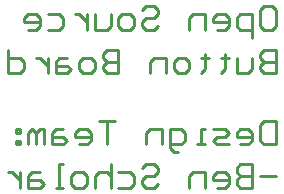
<source format=gbo>
G04*
G04 #@! TF.GenerationSoftware,Altium Limited,Altium Designer,20.0.13 (296)*
G04*
G04 Layer_Color=32896*
%FSLAX25Y25*%
%MOIN*%
G70*
G01*
G75*
%ADD18C,0.01000*%
D18*
X551564Y338002D02*
X554188D01*
X555500Y336690D01*
Y331443D01*
X554188Y330131D01*
X551564D01*
X550252Y331443D01*
Y336690D01*
X551564Y338002D01*
X547628Y327507D02*
Y335378D01*
X543693D01*
X542381Y334067D01*
Y331443D01*
X543693Y330131D01*
X547628D01*
X535821D02*
X538445D01*
X539757Y331443D01*
Y334067D01*
X538445Y335378D01*
X535821D01*
X534509Y334067D01*
Y332755D01*
X539757D01*
X531886Y330131D02*
Y335378D01*
X527950D01*
X526638Y334067D01*
Y330131D01*
X510895Y336690D02*
X512207Y338002D01*
X514831D01*
X516143Y336690D01*
Y335378D01*
X514831Y334067D01*
X512207D01*
X510895Y332755D01*
Y331443D01*
X512207Y330131D01*
X514831D01*
X516143Y331443D01*
X506959Y330131D02*
X504335D01*
X503023Y331443D01*
Y334067D01*
X504335Y335378D01*
X506959D01*
X508271Y334067D01*
Y331443D01*
X506959Y330131D01*
X500400Y335378D02*
Y331443D01*
X499088Y330131D01*
X495152D01*
Y335378D01*
X492528D02*
Y330131D01*
Y332755D01*
X491216Y334067D01*
X489904Y335378D01*
X488592D01*
X479409D02*
X483345D01*
X484657Y334067D01*
Y331443D01*
X483345Y330131D01*
X479409D01*
X472850D02*
X475473D01*
X476785Y331443D01*
Y334067D01*
X475473Y335378D01*
X472850D01*
X471538Y334067D01*
Y332755D01*
X476785D01*
X555500Y323533D02*
Y315661D01*
X551564D01*
X550252Y316973D01*
Y318285D01*
X551564Y319597D01*
X555500D01*
X551564D01*
X550252Y320909D01*
Y322221D01*
X551564Y323533D01*
X555500D01*
X547628Y320909D02*
Y316973D01*
X546317Y315661D01*
X542381D01*
Y320909D01*
X538445Y322221D02*
Y320909D01*
X539757D01*
X537133D01*
X538445D01*
Y316973D01*
X537133Y315661D01*
X531886Y322221D02*
Y320909D01*
X533197D01*
X530574D01*
X531886D01*
Y316973D01*
X530574Y315661D01*
X525326D02*
X522702D01*
X521390Y316973D01*
Y319597D01*
X522702Y320909D01*
X525326D01*
X526638Y319597D01*
Y316973D01*
X525326Y315661D01*
X518766D02*
Y320909D01*
X514831D01*
X513519Y319597D01*
Y315661D01*
X503023Y323533D02*
Y315661D01*
X499088D01*
X497776Y316973D01*
Y318285D01*
X499088Y319597D01*
X503023D01*
X499088D01*
X497776Y320909D01*
Y322221D01*
X499088Y323533D01*
X503023D01*
X493840Y315661D02*
X491216D01*
X489904Y316973D01*
Y319597D01*
X491216Y320909D01*
X493840D01*
X495152Y319597D01*
Y316973D01*
X493840Y315661D01*
X485969Y320909D02*
X483345D01*
X482033Y319597D01*
Y315661D01*
X485969D01*
X487281Y316973D01*
X485969Y318285D01*
X482033D01*
X479409Y320909D02*
Y315661D01*
Y318285D01*
X478097Y319597D01*
X476785Y320909D01*
X475473D01*
X466290Y323533D02*
Y315661D01*
X470226D01*
X471538Y316973D01*
Y319597D01*
X470226Y320909D01*
X466290D01*
X555500Y299841D02*
Y291970D01*
X551564D01*
X550252Y293282D01*
Y298529D01*
X551564Y299841D01*
X555500D01*
X543693Y291970D02*
X546317D01*
X547628Y293282D01*
Y295905D01*
X546317Y297217D01*
X543693D01*
X542381Y295905D01*
Y294593D01*
X547628D01*
X539757Y291970D02*
X535821D01*
X534509Y293282D01*
X535821Y294593D01*
X538445D01*
X539757Y295905D01*
X538445Y297217D01*
X534509D01*
X531886Y291970D02*
X529262D01*
X530574D01*
Y297217D01*
X531886D01*
X522702Y289346D02*
X521390D01*
X520078Y290658D01*
Y297217D01*
X524014D01*
X525326Y295905D01*
Y293282D01*
X524014Y291970D01*
X520078D01*
X517454D02*
Y297217D01*
X513519D01*
X512207Y295905D01*
Y291970D01*
X501712Y299841D02*
X496464D01*
X499088D01*
Y291970D01*
X489904D02*
X492528D01*
X493840Y293282D01*
Y295905D01*
X492528Y297217D01*
X489904D01*
X488592Y295905D01*
Y294593D01*
X493840D01*
X484657Y297217D02*
X482033D01*
X480721Y295905D01*
Y291970D01*
X484657D01*
X485969Y293282D01*
X484657Y294593D01*
X480721D01*
X478097Y291970D02*
Y297217D01*
X476785D01*
X475473Y295905D01*
Y291970D01*
Y295905D01*
X474161Y297217D01*
X472850Y295905D01*
Y291970D01*
X470226Y297217D02*
X468914D01*
Y295905D01*
X470226D01*
Y297217D01*
Y293282D02*
X468914D01*
Y291970D01*
X470226D01*
Y293282D01*
X555500Y281436D02*
X550252D01*
X547628Y285371D02*
Y277500D01*
X543693D01*
X542381Y278812D01*
Y280124D01*
X543693Y281436D01*
X547628D01*
X543693D01*
X542381Y282748D01*
Y284060D01*
X543693Y285371D01*
X547628D01*
X535821Y277500D02*
X538445D01*
X539757Y278812D01*
Y281436D01*
X538445Y282748D01*
X535821D01*
X534509Y281436D01*
Y280124D01*
X539757D01*
X531886Y277500D02*
Y282748D01*
X527950D01*
X526638Y281436D01*
Y277500D01*
X510895Y284060D02*
X512207Y285371D01*
X514831D01*
X516143Y284060D01*
Y282748D01*
X514831Y281436D01*
X512207D01*
X510895Y280124D01*
Y278812D01*
X512207Y277500D01*
X514831D01*
X516143Y278812D01*
X503023Y282748D02*
X506959D01*
X508271Y281436D01*
Y278812D01*
X506959Y277500D01*
X503023D01*
X500400Y285371D02*
Y277500D01*
Y281436D01*
X499088Y282748D01*
X496464D01*
X495152Y281436D01*
Y277500D01*
X491216D02*
X488592D01*
X487281Y278812D01*
Y281436D01*
X488592Y282748D01*
X491216D01*
X492528Y281436D01*
Y278812D01*
X491216Y277500D01*
X484657D02*
X482033D01*
X483345D01*
Y285371D01*
X484657D01*
X476785Y282748D02*
X474161D01*
X472850Y281436D01*
Y277500D01*
X476785D01*
X478097Y278812D01*
X476785Y280124D01*
X472850D01*
X470226Y282748D02*
Y277500D01*
Y280124D01*
X468914Y281436D01*
X467602Y282748D01*
X466290D01*
M02*

</source>
